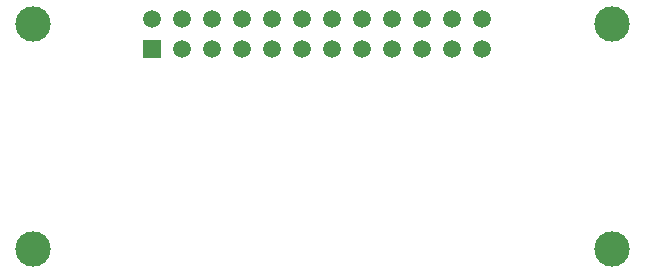
<source format=gbl>
G04*
G04 #@! TF.GenerationSoftware,Altium Limited,Altium Designer,23.5.1 (21)*
G04*
G04 Layer_Physical_Order=2*
G04 Layer_Color=16711680*
%FSLAX44Y44*%
%MOMM*%
G71*
G04*
G04 #@! TF.SameCoordinates,069C7127-DF97-4496-8B9F-1D4714C6CE67*
G04*
G04*
G04 #@! TF.FilePolarity,Positive*
G04*
G01*
G75*
%ADD20C,1.5000*%
%ADD21R,1.5000X1.5000*%
%ADD22C,3.0000*%
D20*
X409700Y224841D02*
D03*
Y199441D02*
D03*
X384300Y224841D02*
D03*
Y199441D02*
D03*
X358900Y224841D02*
D03*
X333500D02*
D03*
X308100D02*
D03*
X282700D02*
D03*
X257300D02*
D03*
X231900D02*
D03*
X206500D02*
D03*
X181100D02*
D03*
X155700D02*
D03*
X130300D02*
D03*
X358900Y199441D02*
D03*
X333500D02*
D03*
X308100D02*
D03*
X282700D02*
D03*
X257300D02*
D03*
X231900D02*
D03*
X206500D02*
D03*
X181100D02*
D03*
X155700D02*
D03*
D21*
X130300D02*
D03*
D22*
X520000Y30000D02*
D03*
Y220000D02*
D03*
X30000D02*
D03*
Y30000D02*
D03*
M02*

</source>
